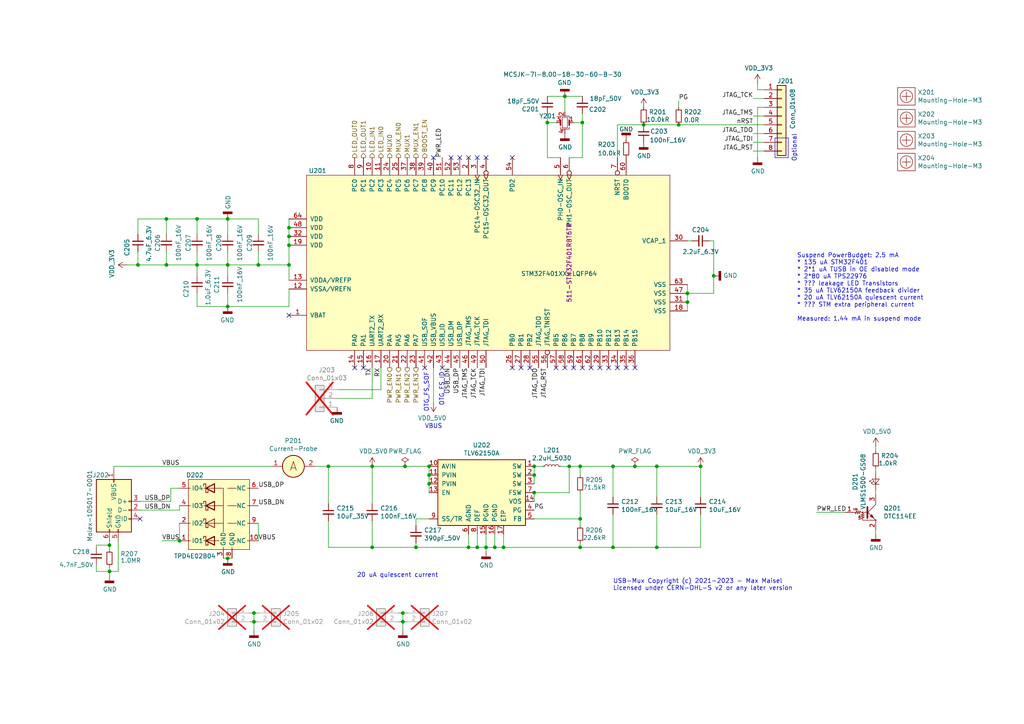
<source format=kicad_sch>
(kicad_sch (version 20230121) (generator eeschema)
  (paper "A4")
  (lib_symbols
    (symbol "USB-Mux:0.0R" (pin_numbers hide) (pin_names (offset 0.254) hide)
      (property "Reference" "R" (at 0.762 0.508 0))
      (property "Value" "0.0R" (at 0.762 -1.016 0))
      (symbol "0.0R_1_1"
        (pin passive line (at 0 2.54 270) (length 0.762) (name "~") (number "1"))
        (pin passive line (at 0 -2.54 90) (length 0.762) (name "~") (number "2"))
      )
    )
    (symbol "USB-Mux:1.0MR" (pin_numbers hide) (pin_names (offset 0.254) hide)
      (property "Reference" "R" (at 0.762 0.508 0))
      (property "Value" "1.0MR" (at 0.762 -1.016 0))
      (symbol "1.0MR_1_1"
        (pin passive line (at 0 2.54 270) (length 0.762) (name "~") (number "1"))
        (pin passive line (at 0 -2.54 90) (length 0.762) (name "~") (number "2"))
      )
    )
    (symbol "USB-Mux:1.0kR" (pin_numbers hide) (pin_names (offset 0.254) hide)
      (property "Reference" "R" (at 0.762 0.508 0))
      (property "Value" "1.0kR" (at 0.762 -1.016 0))
      (symbol "1.0kR_1_1"
        (pin passive line (at 0 2.54 270) (length 0.762) (name "~") (number "1"))
        (pin passive line (at 0 -2.54 90) (length 0.762) (name "~") (number "2"))
      )
    )
    (symbol "USB-Mux:1.0uF_6.3V" (pin_numbers hide) (pin_names (offset 0.254) hide)
      (property "Reference" "C" (at 0.254 1.778 0))
      (property "Value" "1.0uF_6.3V" (at 0.254 -2.032 0))
      (symbol "1.0uF_6.3V_1_1"
        (pin passive line (at 0 2.54 270) (length 2.032) (name "~") (number "1"))
        (pin passive line (at 0 -2.54 90) (length 2.032) (name "~") (number "2"))
      )
    )
    (symbol "USB-Mux:10.0kR" (pin_numbers hide) (pin_names (offset 0.254) hide)
      (property "Reference" "R" (at 0.762 0.508 0))
      (property "Value" "10.0kR" (at 0.762 -1.016 0))
      (symbol "10.0kR_1_1"
        (pin passive line (at 0 2.54 270) (length 0.762) (name "~") (number "1"))
        (pin passive line (at 0 -2.54 90) (length 0.762) (name "~") (number "2"))
      )
    )
    (symbol "USB-Mux:100nF_16V" (pin_numbers hide) (pin_names (offset 0.254) hide)
      (property "Reference" "C" (at 0.254 1.778 0))
      (property "Value" "100nF_16V" (at 0.254 -2.032 0))
      (symbol "100nF_16V_1_1"
        (pin passive line (at 0 2.54 270) (length 2.032) (name "~") (number "1"))
        (pin passive line (at 0 -2.54 90) (length 2.032) (name "~") (number "2"))
      )
    )
    (symbol "USB-Mux:10uF_16V" (pin_numbers hide) (pin_names (offset 0.254) hide)
      (property "Reference" "C" (at 0.254 1.778 0))
      (property "Value" "10uF_16V" (at 0.254 -2.032 0))
      (symbol "10uF_16V_1_1"
        (pin passive line (at 0 2.54 270) (length 2.032) (name "~") (number "1"))
        (pin passive line (at 0 -2.54 90) (length 2.032) (name "~") (number "2"))
      )
    )
    (symbol "USB-Mux:10uF_35V" (pin_numbers hide) (pin_names (offset 0.254) hide)
      (property "Reference" "C" (at 0.254 1.778 0))
      (property "Value" "10uF_35V" (at 0.254 -2.032 0))
      (symbol "10uF_35V_1_1"
        (pin passive line (at 0 2.54 270) (length 2.032) (name "~") (number "1"))
        (pin passive line (at 0 -2.54 90) (length 2.032) (name "~") (number "2"))
      )
    )
    (symbol "USB-Mux:18pF_50V" (pin_numbers hide) (pin_names (offset 0.254) hide)
      (property "Reference" "C" (at 0.254 1.778 0))
      (property "Value" "18pF_50V" (at 0.254 -2.032 0))
      (symbol "18pF_50V_1_1"
        (pin passive line (at 0 2.54 270) (length 2.032) (name "~") (number "1"))
        (pin passive line (at 0 -2.54 90) (length 2.032) (name "~") (number "2"))
      )
    )
    (symbol "USB-Mux:2.2uF_6.3V" (pin_numbers hide) (pin_names (offset 0.254) hide)
      (property "Reference" "C" (at 0.254 1.778 0))
      (property "Value" "2.2uF_6.3V" (at 0.254 -2.032 0))
      (symbol "2.2uF_6.3V_1_1"
        (pin passive line (at 0 2.54 270) (length 2.032) (name "~") (number "1"))
        (pin passive line (at 0 -2.54 90) (length 2.032) (name "~") (number "2"))
      )
    )
    (symbol "USB-Mux:2.2uH_5030" (pin_numbers hide) (pin_names (offset 0.254) hide)
      (property "Reference" "L" (at 0.762 1.016 0))
      (property "Value" "2.2uH_5030" (at 0.762 -1.016 0))
      (symbol "2.2uH_5030_1_1"
        (pin passive line (at 0 2.54 270) (length 0.508) (name "~") (number "1"))
        (pin passive line (at 0 -2.54 90) (length 0.508) (name "~") (number "2"))
      )
    )
    (symbol "USB-Mux:22.6kR" (pin_numbers hide) (pin_names (offset 0.254) hide)
      (property "Reference" "R" (at 0.762 0.508 0))
      (property "Value" "22.6kR" (at 0.762 -1.016 0))
      (symbol "22.6kR_1_1"
        (pin passive line (at 0 2.54 270) (length 0.762) (name "~") (number "1"))
        (pin passive line (at 0 -2.54 90) (length 0.762) (name "~") (number "2"))
      )
    )
    (symbol "USB-Mux:390pF_50V" (pin_numbers hide) (pin_names (offset 0.254) hide)
      (property "Reference" "C" (at 0.254 1.778 0))
      (property "Value" "390pF_50V" (at 0.254 -2.032 0))
      (symbol "390pF_50V_1_1"
        (pin passive line (at 0 2.54 270) (length 2.032) (name "~") (number "1"))
        (pin passive line (at 0 -2.54 90) (length 2.032) (name "~") (number "2"))
      )
    )
    (symbol "USB-Mux:4.7nF_50V" (pin_numbers hide) (pin_names (offset 0.254) hide)
      (property "Reference" "C" (at 0.254 1.778 0))
      (property "Value" "4.7nF_50V" (at 0.254 -2.032 0))
      (symbol "4.7nF_50V_1_1"
        (pin passive line (at 0 2.54 270) (length 2.032) (name "~") (number "1"))
        (pin passive line (at 0 -2.54 90) (length 2.032) (name "~") (number "2"))
      )
    )
    (symbol "USB-Mux:4.7uF_6.3V" (pin_numbers hide) (pin_names (offset 0.254) hide)
      (property "Reference" "C" (at 0.254 1.778 0))
      (property "Value" "4.7uF_6.3V" (at 0.254 -2.032 0))
      (symbol "4.7uF_6.3V_1_1"
        (pin passive line (at 0 2.54 270) (length 2.032) (name "~") (number "1"))
        (pin passive line (at 0 -2.54 90) (length 2.032) (name "~") (number "2"))
      )
    )
    (symbol "USB-Mux:71.5kR" (pin_numbers hide) (pin_names (offset 0.254) hide)
      (property "Reference" "R" (at 0.762 0.508 0))
      (property "Value" "71.5kR" (at 0.762 -1.016 0))
      (symbol "71.5kR_1_1"
        (pin passive line (at 0 2.54 270) (length 0.762) (name "~") (number "1"))
        (pin passive line (at 0 -2.54 90) (length 0.762) (name "~") (number "2"))
      )
    )
    (symbol "USB-Mux:Conn_01x02" (pin_names (offset 1.016) hide)
      (property "Reference" "J" (at 0 3.81 0))
      (property "Value" "Conn_01x02" (at 0 -3.81 0))
      (symbol "Conn_01x02_1_1"
        (pin passive line (at -5.08 1.27 0) (length 3.81) (name "Pin_1") (number "1"))
        (pin passive line (at -5.08 -1.27 0) (length 3.81) (name "Pin_2") (number "2"))
      )
    )
    (symbol "USB-Mux:Conn_01x03" (pin_names (offset 1.016) hide)
      (property "Reference" "J" (at 0 5.08 0))
      (property "Value" "Conn_01x03" (at 0 -5.715 0))
      (symbol "Conn_01x03_1_1"
        (pin passive line (at -5.08 2.54 0) (length 3.81) (name "Pin_1") (number "1"))
        (pin passive line (at -5.08 0 0) (length 3.81) (name "Pin_2") (number "2"))
        (pin passive line (at -5.08 -2.54 0) (length 3.81) (name "Pin_3") (number "3"))
      )
    )
    (symbol "USB-Mux:Conn_01x08" (pin_names (offset 1.016) hide)
      (property "Reference" "J" (at 0 10.16 0))
      (property "Value" "Conn_01x08" (at 0 -12.7 0))
      (symbol "Conn_01x08_1_1"
        (pin passive line (at -5.08 7.62 0) (length 3.81) (name "Pin_1") (number "1"))
        (pin passive line (at -5.08 5.08 0) (length 3.81) (name "Pin_2") (number "2"))
        (pin passive line (at -5.08 2.54 0) (length 3.81) (name "Pin_3") (number "3"))
        (pin passive line (at -5.08 0 0) (length 3.81) (name "Pin_4") (number "4"))
        (pin passive line (at -5.08 -2.54 0) (length 3.81) (name "Pin_5") (number "5"))
        (pin passive line (at -5.08 -5.08 0) (length 3.81) (name "Pin_6") (number "6"))
        (pin passive line (at -5.08 -7.62 0) (length 3.81) (name "Pin_7") (number "7"))
        (pin passive line (at -5.08 -10.16 0) (length 3.81) (name "Pin_8") (number "8"))
      )
    )
    (symbol "USB-Mux:Current-Probe" (pin_names (offset 0))
      (property "Reference" "P" (at 2.54 3.81 0))
      (property "Value" "Current-Probe" (at 2.54 -3.81 0))
      (symbol "Current-Probe_0_0"
        (text "A" (at 0 0 0) (effects (font (size 2.54 2.54))))
      )
      (symbol "Current-Probe_1_1"
        (pin passive line (at -6.35 0 0) (length 2.54) (name "~") (number "1"))
        (pin passive line (at 6.35 0 180) (length 2.54) (name "~") (number "2"))
      )
    )
    (symbol "USB-Mux:DTC114EE" (pin_names (offset 0) hide)
      (property "Reference" "Q" (at 5.08 1.905 0))
      (property "Value" "DTC114EE" (at 5.08 0 0))
      (symbol "DTC114EE_0_0"
        (text "10k" (at -3.302 0.889 0) (effects (font (size 0.508 0.508))))
        (text "10k" (at -2.159 -1.524 900) (effects (font (size 0.508 0.508))))
      )
      (symbol "DTC114EE_1_1"
        (pin input line (at -6.35 0 0) (length 2.54) (name "B") (number "1"))
        (pin passive line (at 2.54 -5.08 90) (length 2.54) (name "E") (number "2"))
        (pin passive line (at 2.54 5.08 270) (length 2.54) (name "C") (number "3"))
      )
    )
    (symbol "USB-Mux:GND" (power) (pin_names (offset 0))
      (property "Value" "GND" (at 0 -3.175 0))
      (symbol "GND_1_1"
        (pin power_in line (at 0 0 270) (length 0) hide (name "GND") (number "1"))
      )
    )
    (symbol "USB-Mux:MCSJK-7I-8.00-18-30-60-B-30" (pin_names (offset 1.016) hide)
      (property "Reference" "Y" (at 1.27 4.445 0))
      (property "Value" "MCSJK-7I-8.00-18-30-60-B-30" (at 1.27 2.54 0))
      (symbol "MCSJK-7I-8.00-18-30-60-B-30_1_1"
        (pin passive line (at -2.54 0 0) (length 1.27) (name "1") (number "1"))
        (pin passive line (at 0 -3.175 90) (length 1.27) (name "2") (number "2"))
        (pin passive line (at 2.54 0 180) (length 1.27) (name "3") (number "3"))
        (pin passive line (at 0 3.175 270) (length 1.27) (name "4") (number "4"))
      )
    )
    (symbol "USB-Mux:Molex-105017-0001" (pin_names (offset 1.016))
      (property "Reference" "J" (at 2.54 8.89 0))
      (property "Value" "Molex-105017-0001" (at -6.35 -9.525 90))
      (symbol "Molex-105017-0001_1_1"
        (pin power_out line (at 0 10.16 270) (length 2.54) (name "VBUS") (number "1"))
        (pin passive line (at 7.62 -1.27 180) (length 2.54) (name "D-") (number "2"))
        (pin passive line (at 7.62 1.27 180) (length 2.54) (name "D+") (number "3"))
        (pin passive line (at 7.62 -3.81 180) (length 2.54) (name "ID") (number "4"))
        (pin power_in line (at 1.27 -10.16 90) (length 2.54) (name "GND") (number "5"))
        (pin passive line (at -1.27 -10.16 90) (length 2.54) (name "Shield") (number "6"))
      )
    )
    (symbol "USB-Mux:Mounting-Hole-M3" (pin_names (offset 1.016))
      (property "Reference" "X" (at -2.54 3.81 0))
      (property "Value" "Mounting-Hole-M3" (at 1.27 -3.81 0))
    )
    (symbol "USB-Mux:STM32F401XX-LQFP64" (pin_names (offset 1.016))
      (property "Reference" "U" (at -36.83 77.47 0))
      (property "Value" "STM32F401XX-LQFP64" (at 20.32 -31.75 0))
      (property "mouser#" "511-STM32F401RBT6TR" (at 0 0 0))
      (symbol "STM32F401XX-LQFP64_1_1"
        (pin power_in line (at -15.24 81.28 270) (length 5.08) (name "VBAT") (number "1"))
        (pin bidirectional line (at 30.48 57.15 180) (length 5.08) (name "PC2") (number "10"))
        (pin bidirectional line (at 30.48 54.61 180) (length 5.08) (name "PC3") (number "11"))
        (pin power_in line (at -7.62 81.28 270) (length 5.08) (name "VSSA/VREFN") (number "12"))
        (pin power_in line (at -5.08 81.28 270) (length 5.08) (name "VDDA/VREFP") (number "13"))
        (pin bidirectional line (at -30.48 62.23 0) (length 5.08) (name "PA0") (number "14"))
        (pin bidirectional line (at -30.48 59.69 0) (length 5.08) (name "PA1") (number "15"))
        (pin bidirectional line (at -30.48 57.15 0) (length 5.08) (name "PA2") (number "16") (alternate "UART2_TX" output line))
        (pin bidirectional line (at -30.48 54.61 0) (length 5.08) (name "PA3") (number "17") (alternate "UART2_RX" input line))
        (pin power_in line (at -13.97 -34.29 90) (length 5.08) (name "VSS") (number "18"))
        (pin power_in line (at 5.08 81.28 270) (length 5.08) (name "VDD") (number "19"))
        (pin bidirectional line (at 30.48 29.21 180) (length 5.08) (name "PC13") (number "2"))
        (pin bidirectional line (at -30.48 52.07 0) (length 5.08) (name "PA4") (number "20"))
        (pin bidirectional line (at -30.48 49.53 0) (length 5.08) (name "PA5") (number "21"))
        (pin bidirectional line (at -30.48 46.99 0) (length 5.08) (name "PA6") (number "22"))
        (pin bidirectional line (at -30.48 44.45 0) (length 5.08) (name "PA7") (number "23"))
        (pin bidirectional line (at 30.48 52.07 180) (length 5.08) (name "PC4") (number "24"))
        (pin bidirectional line (at 30.48 49.53 180) (length 5.08) (name "PC5") (number "25"))
        (pin bidirectional line (at -30.48 16.51 0) (length 5.08) (name "PB0") (number "26"))
        (pin bidirectional line (at -30.48 13.97 0) (length 5.08) (name "PB1") (number "27"))
        (pin bidirectional line (at -30.48 11.43 0) (length 5.08) (name "PB2") (number "28"))
        (pin bidirectional line (at -30.48 -8.89 0) (length 5.08) (name "PB10") (number "29"))
        (pin bidirectional clock (at 30.48 26.67 180) (length 5.08) (name "PC14-OSC32_IN") (number "3"))
        (pin passive line (at 6.35 -34.29 90) (length 5.08) (name "VCAP_1") (number "30"))
        (pin power_in line (at -11.43 -34.29 90) (length 5.08) (name "VSS") (number "31"))
        (pin power_in line (at 7.62 81.28 270) (length 5.08) (name "VDD") (number "32"))
        (pin bidirectional line (at -30.48 -11.43 0) (length 5.08) (name "PB12") (number "33"))
        (pin bidirectional line (at -30.48 -13.97 0) (length 5.08) (name "PB13") (number "34"))
        (pin bidirectional line (at -30.48 -16.51 0) (length 5.08) (name "PB14") (number "35"))
        (pin bidirectional line (at -30.48 -19.05 0) (length 5.08) (name "PB15") (number "36"))
        (pin bidirectional line (at 30.48 46.99 180) (length 5.08) (name "PC6") (number "37"))
        (pin bidirectional line (at 30.48 44.45 180) (length 5.08) (name "PC7") (number "38"))
        (pin bidirectional line (at 30.48 41.91 180) (length 5.08) (name "PC8") (number "39"))
        (pin bidirectional inverted_clock (at 30.48 24.13 180) (length 5.08) (name "PC15-OSC32_OUT") (number "4"))
        (pin bidirectional line (at 30.48 39.37 180) (length 5.08) (name "PC9") (number "40"))
        (pin bidirectional line (at -30.48 41.91 0) (length 5.08) (name "PA8") (number "41") (alternate "USB_SOF" output line))
        (pin bidirectional line (at -30.48 39.37 0) (length 5.08) (name "PA9") (number "42") (alternate "USB_VBUS" input line))
        (pin bidirectional line (at -30.48 36.83 0) (length 5.08) (name "PA10") (number "43") (alternate "USB_ID" input line))
        (pin bidirectional line (at -30.48 34.29 0) (length 5.08) (name "PA11") (number "44") (alternate "USB_DM" bidirectional line))
        (pin bidirectional line (at -30.48 31.75 0) (length 5.08) (name "PA12") (number "45") (alternate "USB_DP" bidirectional line))
        (pin bidirectional line (at -30.48 29.21 0) (length 5.08) (name "PA13") (number "46") (alternate "JTAG_TMS" input line))
        (pin power_in line (at -8.89 -34.29 90) (length 5.08) (name "VSS") (number "47"))
        (pin power_in line (at 10.16 81.28 270) (length 5.08) (name "VDD") (number "48"))
        (pin bidirectional line (at -30.48 26.67 0) (length 5.08) (name "PA14") (number "49") (alternate "JTAG_TCK" input line))
        (pin bidirectional clock (at 30.48 2.54 180) (length 5.08) (name "PH0-OSC_IN") (number "5"))
        (pin bidirectional line (at -30.48 24.13 0) (length 5.08) (name "PA15") (number "50") (alternate "JTAG_TDI" input line))
        (pin bidirectional line (at 30.48 36.83 180) (length 5.08) (name "PC10") (number "51"))
        (pin bidirectional line (at 30.48 34.29 180) (length 5.08) (name "PC11") (number "52"))
        (pin bidirectional line (at 30.48 31.75 180) (length 5.08) (name "PC12") (number "53"))
        (pin bidirectional line (at 30.48 16.51 180) (length 5.08) (name "PD2") (number "54"))
        (pin bidirectional line (at -30.48 8.89 0) (length 5.08) (name "PB3") (number "55") (alternate "JTAG_TDO" output line))
        (pin bidirectional line (at -30.48 6.35 0) (length 5.08) (name "PB4") (number "56") (alternate "JTAG_TNRST" input inverted))
        (pin bidirectional line (at -30.48 3.81 0) (length 5.08) (name "PB5") (number "57"))
        (pin bidirectional line (at -30.48 1.27 0) (length 5.08) (name "PB6") (number "58"))
        (pin bidirectional line (at -30.48 -1.27 0) (length 5.08) (name "PB7") (number "59"))
        (pin bidirectional inverted_clock (at 30.48 0 180) (length 5.08) (name "PH1-OSC_OUT") (number "6"))
        (pin input line (at 30.48 -16.51 180) (length 5.08) (name "BOOT0") (number "60"))
        (pin bidirectional line (at -30.48 -3.81 0) (length 5.08) (name "PB8") (number "61"))
        (pin bidirectional line (at -30.48 -6.35 0) (length 5.08) (name "PB9") (number "62"))
        (pin power_in line (at -6.35 -34.29 90) (length 5.08) (name "VSS") (number "63"))
        (pin power_in line (at 12.7 81.28 270) (length 5.08) (name "VDD") (number "64"))
        (pin input inverted (at 30.48 -13.97 180) (length 5.08) (name "NRST") (number "7"))
        (pin bidirectional line (at 30.48 62.23 180) (length 5.08) (name "PC0") (number "8"))
        (pin bidirectional line (at 30.48 59.69 180) (length 5.08) (name "PC1") (number "9"))
      )
    )
    (symbol "USB-Mux:TLV62150A" (pin_names (offset 1.016))
      (property "Reference" "U" (at -11.43 10.16 0))
      (property "Value" "TLV62150A" (at 7.62 10.16 0))
      (symbol "TLV62150A_1_1"
        (pin output line (at 15.24 6.985 180) (length 2.54) (name "SW") (number "1"))
        (pin power_in line (at -15.24 6.985 0) (length 2.54) (name "AVIN") (number "10"))
        (pin power_in line (at -15.24 4.445 0) (length 2.54) (name "PVIN") (number "11"))
        (pin power_in line (at -15.24 1.905 0) (length 2.54) (name "PVIN") (number "12"))
        (pin input line (at -15.24 -0.635 0) (length 2.54) (name "EN") (number "13"))
        (pin input line (at 15.24 -3.175 180) (length 2.54) (name "VOS") (number "14"))
        (pin power_in line (at 1.27 -12.7 90) (length 2.54) (name "PGND") (number "15"))
        (pin power_in line (at 3.81 -12.7 90) (length 2.54) (name "PGND") (number "16"))
        (pin power_in line (at 6.35 -12.7 90) (length 2.54) (name "ETP") (number "17"))
        (pin passive line (at 15.24 4.445 180) (length 2.54) (name "SW") (number "2"))
        (pin passive line (at 15.24 1.905 180) (length 2.54) (name "SW") (number "3"))
        (pin output line (at 15.24 -5.715 180) (length 2.54) (name "PG") (number "4"))
        (pin input line (at 15.24 -8.255 180) (length 2.54) (name "FB") (number "5"))
        (pin power_in line (at -3.81 -12.7 90) (length 2.54) (name "AGND") (number "6"))
        (pin input line (at 15.24 -0.635 180) (length 2.54) (name "FSW") (number "7"))
        (pin input line (at -1.27 -12.7 90) (length 2.54) (name "DEF") (number "8"))
        (pin input line (at -15.24 -8.255 0) (length 2.54) (name "SS/TR") (number "9"))
      )
    )
    (symbol "USB-Mux:TPD4E02B04" (pin_names (offset 1.016))
      (property "Reference" "D" (at -8.255 12.065 0))
      (property "Value" "TPD4E02B04" (at 10.795 -11.43 0))
      (symbol "TPD4E02B04_1_1"
        (pin passive line (at -11.43 -7.62 0) (length 2.54) (name "IO1") (number "1"))
        (pin passive line (at 11.43 -7.62 180) (length 2.54) (name "NC") (number "10"))
        (pin passive line (at -11.43 -2.54 0) (length 2.54) (name "IO2") (number "2"))
        (pin passive line (at 1.27 -12.7 90) (length 2.54) (name "GND") (number "3"))
        (pin passive line (at -11.43 2.54 0) (length 2.54) (name "IO3") (number "4"))
        (pin passive line (at -11.43 7.62 0) (length 2.54) (name "IO4") (number "5"))
        (pin passive line (at 11.43 7.62 180) (length 2.54) (name "NC") (number "6"))
        (pin passive line (at 11.43 2.54 180) (length 2.54) (name "NC") (number "7"))
        (pin passive line (at 3.81 -12.7 90) (length 2.54) (name "GND") (number "8"))
        (pin passive line (at 11.43 -2.54 180) (length 2.54) (name "NC") (number "9"))
      )
    )
    (symbol "USB-Mux:VDD_3V3" (power) (pin_names (offset 0))
      (property "Value" "VDD_3V3" (at 0 3.556 0))
      (symbol "VDD_3V3_1_1"
        (pin power_in line (at 0 0 90) (length 0) hide (name "VDD_3V3") (number "1"))
      )
    )
    (symbol "USB-Mux:VDD_5V0" (power) (pin_names (offset 0))
      (property "Value" "VDD_5V0" (at 0 3.556 0))
      (symbol "VDD_5V0_1_1"
        (pin power_in line (at 0 0 90) (length 0) hide (name "VDD_5V0") (number "1"))
      )
    )
    (symbol "USB-Mux:VLMS1500-GS08" (pin_numbers hide) (pin_names (offset 0.254) hide)
      (property "Reference" "D" (at -1.27 3.175 0))
      (property "Value" "VLMS1500-GS08" (at -7.366 -2.794 0))
      (symbol "VLMS1500-GS08_1_1"
        (pin passive line (at -2.54 0 0) (length 1.778) (name "K") (number "1"))
        (pin passive line (at 2.54 0 180) (length 1.778) (name "A") (number "2"))
      )
    )
    (symbol "power:PWR_FLAG" (power) (pin_numbers hide) (pin_names (offset 0) hide)
      (property "Value" "PWR_FLAG" (at 0 3.81 0))
      (symbol "PWR_FLAG_0_0"
        (pin power_out line (at 0 0 90) (length 0) (name "pwr") (number "1"))
      )
    )
  )
  (junction (at 107.95 158.75))
  (junction (at 143.51 158.75))
  (junction (at 117.475 135.255))
  (junction (at 124.46 135.255))
  (junction (at 83.82 71.12))
  (junction (at 120.65 158.75))
  (junction (at 116.84 180.34))
  (junction (at 163.83 27.94))
  (junction (at 48.26 76.835))
  (junction (at 165.1 135.255))
  (junction (at 199.39 85.09))
  (junction (at 83.82 66.04))
  (junction (at 177.8 135.255))
  (junction (at 184.15 135.255))
  (junction (at 190.5 158.75))
  (junction (at 66.04 161.925))
  (junction (at 199.39 87.63))
  (junction (at 66.04 76.835))
  (junction (at 196.85 36.195))
  (junction (at 107.95 135.255))
  (junction (at 186.69 36.195))
  (junction (at 66.04 88.9))
  (junction (at 73.66 177.8))
  (junction (at 140.97 158.75))
  (junction (at 57.15 63.5))
  (junction (at 116.84 177.8))
  (junction (at 95.25 135.255))
  (junction (at 40.005 76.835))
  (junction (at 168.275 158.75))
  (junction (at 154.94 135.255))
  (junction (at 124.46 140.335))
  (junction (at 124.46 137.795))
  (junction (at 66.04 63.5))
  (junction (at 83.82 68.58))
  (junction (at 190.5 135.255))
  (junction (at 158.75 35.56))
  (junction (at 31.75 158.115))
  (junction (at 52.07 156.845))
  (junction (at 207.01 80.01))
  (junction (at 168.275 150.495))
  (junction (at 168.91 35.56))
  (junction (at 73.66 180.34))
  (junction (at 83.82 76.835))
  (junction (at 31.75 165.735))
  (junction (at 203.2 135.255))
  (junction (at 168.275 135.255))
  (junction (at 177.8 158.75))
  (junction (at 48.26 63.5))
  (junction (at 154.94 142.875))
  (junction (at 57.15 76.835))
  (junction (at 138.43 158.75))
  (junction (at 154.94 137.795))
  (junction (at 74.93 76.835))
  (junction (at 146.05 158.75))
  (junction (at 135.89 158.75))
  (no_connect (at 138.43 45.72))
  (no_connect (at 40.64 150.495))
  (no_connect (at 171.45 106.68))
  (no_connect (at 102.87 106.68))
  (no_connect (at 123.19 106.68))
  (no_connect (at 148.59 106.68))
  (no_connect (at 105.41 106.68))
  (no_connect (at 148.59 45.72))
  (no_connect (at 179.07 106.68))
  (no_connect (at 168.91 106.68))
  (no_connect (at 163.83 106.68))
  (no_connect (at 133.35 45.72))
  (no_connect (at 176.53 106.68))
  (no_connect (at 181.61 106.68))
  (no_connect (at 83.82 91.44))
  (no_connect (at 166.37 106.68))
  (no_connect (at 151.13 106.68))
  (no_connect (at 128.27 106.68))
  (no_connect (at 184.15 106.68))
  (no_connect (at 125.73 45.72))
  (no_connect (at 173.99 106.68))
  (no_connect (at 161.29 106.68))
  (no_connect (at 130.81 45.72))
  (no_connect (at 153.67 106.68))
  (no_connect (at 140.97 45.72))
  (no_connect (at 135.89 45.72))
  (wire (pts (xy 165.1 142.875) (xy 165.1 135.255)))
  (wire (pts (xy 199.39 90.17) (xy 199.39 87.63)))
  (wire (pts (xy 57.15 73.025) (xy 57.15 76.835)))
  (wire (pts (xy 48.26 73.025) (xy 48.26 76.835)))
  (wire (pts (xy 34.29 165.735) (xy 31.75 165.735)))
  (wire (pts (xy 95.25 151.13) (xy 95.25 158.75)))
  (wire (pts (xy 219.71 45.72) (xy 219.71 31.115)))
  (wire (pts (xy 73.66 182.88) (xy 73.66 180.34)))
  (wire (pts (xy 236.855 148.59) (xy 245.11 148.59)))
  (wire (pts (xy 27.94 165.735) (xy 27.94 163.83)))
  (wire (pts (xy 168.91 35.56) (xy 166.37 35.56)))
  (wire (pts (xy 40.005 67.945) (xy 40.005 63.5)))
  (wire (pts (xy 95.25 146.05) (xy 95.25 135.255)))
  (wire (pts (xy 254 143.51) (xy 254 142.24)))
  (wire (pts (xy 27.94 158.115) (xy 27.94 158.75)))
  (wire (pts (xy 143.51 154.94) (xy 143.51 158.75)))
  (wire (pts (xy 219.71 24.13) (xy 219.71 26.035)))
  (wire (pts (xy 254 137.16) (xy 254 135.89)))
  (wire (pts (xy 57.15 67.945) (xy 57.15 63.5)))
  (wire (pts (xy 190.5 144.145) (xy 190.5 135.255)))
  (wire (pts (xy 72.39 177.8) (xy 73.66 177.8)))
  (wire (pts (xy 120.65 152.4) (xy 120.65 150.495)))
  (wire (pts (xy 168.91 27.94) (xy 163.83 27.94)))
  (wire (pts (xy 135.89 154.94) (xy 135.89 158.75)))
  (wire (pts (xy 40.005 73.025) (xy 40.005 76.835)))
  (wire (pts (xy 207.01 69.85) (xy 207.01 80.01)))
  (wire (pts (xy 66.04 76.835) (xy 57.15 76.835)))
  (wire (pts (xy 219.71 31.115) (xy 221.615 31.115)))
  (wire (pts (xy 168.275 158.75) (xy 146.05 158.75)))
  (wire (pts (xy 154.94 135.255) (xy 157.48 135.255)))
  (wire (pts (xy 73.66 177.8) (xy 74.93 177.8)))
  (wire (pts (xy 107.95 146.05) (xy 107.95 135.255)))
  (wire (pts (xy 31.75 156.845) (xy 31.75 158.115)))
  (wire (pts (xy 52.07 147.955) (xy 52.07 146.685)))
  (wire (pts (xy 31.75 158.115) (xy 27.94 158.115)))
  (wire (pts (xy 203.2 149.225) (xy 203.2 158.75)))
  (wire (pts (xy 203.2 135.255) (xy 203.2 144.145)))
  (wire (pts (xy 83.82 76.835) (xy 83.82 81.28)))
  (wire (pts (xy 31.75 164.465) (xy 31.75 165.735)))
  (wire (pts (xy 66.04 67.945) (xy 66.04 63.5)))
  (wire (pts (xy 52.07 151.765) (xy 52.07 156.845)))
  (wire (pts (xy 184.15 135.255) (xy 190.5 135.255)))
  (polyline (pts (xy 224.79 45.72) (xy 228.6 45.72)))
  (wire (pts (xy 57.15 63.5) (xy 48.26 63.5)))
  (wire (pts (xy 83.82 68.58) (xy 83.82 71.12)))
  (wire (pts (xy 107.95 151.13) (xy 107.95 158.75)))
  (wire (pts (xy 168.275 157.48) (xy 168.275 158.75)))
  (wire (pts (xy 36.83 76.835) (xy 40.005 76.835)))
  (wire (pts (xy 168.275 150.495) (xy 168.275 152.4)))
  (wire (pts (xy 33.02 135.255) (xy 78.74 135.255)))
  (wire (pts (xy 168.91 33.02) (xy 168.91 35.56)))
  (wire (pts (xy 40.005 76.835) (xy 48.26 76.835)))
  (wire (pts (xy 199.39 85.09) (xy 207.01 85.09)))
  (wire (pts (xy 143.51 158.75) (xy 140.97 158.75)))
  (wire (pts (xy 73.66 177.8) (xy 73.66 180.34)))
  (wire (pts (xy 218.44 28.575) (xy 221.615 28.575)))
  (wire (pts (xy 66.04 63.5) (xy 57.15 63.5)))
  (wire (pts (xy 57.15 88.9) (xy 66.04 88.9)))
  (wire (pts (xy 179.07 36.195) (xy 179.07 45.72)))
  (wire (pts (xy 40.64 147.955) (xy 52.07 147.955)))
  (wire (pts (xy 165.1 45.72) (xy 168.91 45.72)))
  (wire (pts (xy 177.8 135.255) (xy 184.15 135.255)))
  (wire (pts (xy 66.04 73.025) (xy 66.04 76.835)))
  (wire (pts (xy 83.82 83.82) (xy 83.82 88.9)))
  (wire (pts (xy 168.275 135.255) (xy 168.275 137.795)))
  (wire (pts (xy 73.66 180.34) (xy 74.93 180.34)))
  (wire (pts (xy 110.49 113.03) (xy 110.49 106.68)))
  (wire (pts (xy 66.04 161.925) (xy 64.77 161.925)))
  (wire (pts (xy 67.31 161.925) (xy 66.04 161.925)))
  (wire (pts (xy 52.07 156.845) (xy 46.99 156.845)))
  (wire (pts (xy 135.89 158.75) (xy 138.43 158.75)))
  (wire (pts (xy 49.53 141.605) (xy 52.07 141.605)))
  (wire (pts (xy 254 130.81) (xy 254 129.54)))
  (wire (pts (xy 158.75 35.56) (xy 158.75 33.02)))
  (wire (pts (xy 190.5 135.255) (xy 203.2 135.255)))
  (wire (pts (xy 57.15 76.835) (xy 48.26 76.835)))
  (wire (pts (xy 95.25 135.255) (xy 107.95 135.255)))
  (wire (pts (xy 31.75 165.735) (xy 27.94 165.735)))
  (wire (pts (xy 146.05 158.75) (xy 143.51 158.75)))
  (wire (pts (xy 116.84 180.34) (xy 116.84 177.8)))
  (wire (pts (xy 177.8 158.75) (xy 168.275 158.75)))
  (wire (pts (xy 154.94 145.415) (xy 154.94 142.875)))
  (wire (pts (xy 124.46 140.335) (xy 124.46 142.875)))
  (wire (pts (xy 120.65 158.75) (xy 135.89 158.75)))
  (polyline (pts (xy 224.79 45.72) (xy 224.79 40.005)))
  (wire (pts (xy 221.615 33.655) (xy 218.44 33.655)))
  (wire (pts (xy 190.5 158.75) (xy 177.8 158.75)))
  (wire (pts (xy 218.44 38.735) (xy 221.615 38.735)))
  (wire (pts (xy 177.8 149.225) (xy 177.8 158.75)))
  (wire (pts (xy 196.85 29.21) (xy 196.85 31.115)))
  (wire (pts (xy 116.84 182.88) (xy 116.84 180.34)))
  (wire (pts (xy 203.2 158.75) (xy 190.5 158.75)))
  (wire (pts (xy 91.44 135.255) (xy 95.25 135.255)))
  (wire (pts (xy 205.74 69.85) (xy 207.01 69.85)))
  (wire (pts (xy 138.43 158.75) (xy 140.97 158.75)))
  (wire (pts (xy 140.97 160.02) (xy 140.97 158.75)))
  (wire (pts (xy 49.53 145.415) (xy 49.53 141.605)))
  (wire (pts (xy 190.5 149.225) (xy 190.5 158.75)))
  (wire (pts (xy 154.94 137.795) (xy 154.94 140.335)))
  (wire (pts (xy 207.01 85.09) (xy 207.01 80.01)))
  (wire (pts (xy 66.04 88.9) (xy 83.82 88.9)))
  (wire (pts (xy 146.05 154.94) (xy 146.05 158.75)))
  (polyline (pts (xy 228.6 40.005) (xy 228.6 45.72)))
  (wire (pts (xy 199.39 85.09) (xy 199.39 82.55)))
  (wire (pts (xy 115.57 177.8) (xy 116.84 177.8)))
  (wire (pts (xy 218.44 43.815) (xy 221.615 43.815)))
  (wire (pts (xy 83.82 71.12) (xy 83.82 76.835)))
  (wire (pts (xy 186.69 36.195) (xy 196.85 36.195)))
  (wire (pts (xy 31.75 158.115) (xy 31.75 159.385)))
  (wire (pts (xy 117.475 135.255) (xy 124.46 135.255)))
  (wire (pts (xy 40.64 145.415) (xy 49.53 145.415)))
  (wire (pts (xy 95.25 158.75) (xy 107.95 158.75)))
  (wire (pts (xy 221.615 41.275) (xy 218.44 41.275)))
  (wire (pts (xy 125.73 106.68) (xy 125.73 116.84)))
  (wire (pts (xy 120.65 150.495) (xy 124.46 150.495)))
  (wire (pts (xy 74.93 73.025) (xy 74.93 76.835)))
  (wire (pts (xy 83.82 76.835) (xy 74.93 76.835)))
  (wire (pts (xy 66.04 80.01) (xy 66.04 76.835)))
  (wire (pts (xy 163.83 27.94) (xy 158.75 27.94)))
  (wire (pts (xy 165.1 135.255) (xy 168.275 135.255)))
  (wire (pts (xy 199.39 85.09) (xy 199.39 87.63)))
  (wire (pts (xy 57.15 85.09) (xy 57.15 88.9)))
  (wire (pts (xy 83.82 63.5) (xy 83.82 66.04)))
  (wire (pts (xy 83.82 68.58) (xy 83.82 66.04)))
  (wire (pts (xy 74.93 67.945) (xy 74.93 63.5)))
  (wire (pts (xy 107.95 158.75) (xy 120.65 158.75)))
  (wire (pts (xy 116.84 177.8) (xy 118.11 177.8)))
  (wire (pts (xy 196.85 36.195) (xy 221.615 36.195)))
  (wire (pts (xy 57.15 80.01) (xy 57.15 76.835)))
  (wire (pts (xy 162.56 135.255) (xy 165.1 135.255)))
  (wire (pts (xy 115.57 180.34) (xy 116.84 180.34)))
  (wire (pts (xy 66.04 63.5) (xy 74.93 63.5)))
  (wire (pts (xy 140.97 158.75) (xy 140.97 154.94)))
  (wire (pts (xy 107.95 135.255) (xy 117.475 135.255)))
  (wire (pts (xy 107.95 106.68) (xy 107.95 115.57)))
  (wire (pts (xy 154.94 135.255) (xy 154.94 137.795)))
  (wire (pts (xy 74.93 151.765) (xy 74.93 156.845)))
  (wire (pts (xy 158.75 35.56) (xy 158.75 45.72)))
  (wire (pts (xy 31.75 165.735) (xy 31.75 167.005)))
  (wire (pts (xy 158.75 45.72) (xy 162.56 45.72)))
  (wire (pts (xy 163.83 32.385) (xy 163.83 27.94)))
  (wire (pts (xy 219.71 26.035) (xy 221.615 26.035)))
  (wire (pts (xy 168.275 142.875) (xy 168.275 150.495)))
  (polyline (pts (xy 224.79 40.005) (xy 228.6 40.005)))
  (wire (pts (xy 124.46 135.255) (xy 124.46 137.795)))
  (wire (pts (xy 254 154.94) (xy 254 153.67)))
  (wire (pts (xy 33.02 136.525) (xy 33.02 135.255)))
  (wire (pts (xy 154.94 142.875) (xy 165.1 142.875)))
  (wire (pts (xy 66.04 88.9) (xy 66.04 85.09)))
  (wire (pts (xy 40.005 63.5) (xy 48.26 63.5)))
  (wire (pts (xy 72.39 180.34) (xy 73.66 180.34)))
  (wire (pts (xy 200.66 69.85) (xy 199.39 69.85)))
  (wire (pts (xy 48.26 63.5) (xy 48.26 67.945)))
  (wire (pts (xy 97.79 113.03) (xy 110.49 113.03)))
  (wire (pts (xy 120.65 157.48) (xy 120.65 158.75)))
  (wire (pts (xy 154.94 150.495) (xy 168.275 150.495)))
  (wire (pts (xy 161.29 35.56) (xy 158.75 35.56)))
  (wire (pts (xy 138.43 154.94) (xy 138.43 158.75)))
  (wire (pts (xy 177.8 144.145) (xy 177.8 135.255)))
  (wire (pts (xy 168.275 135.255) (xy 177.8 135.255)))
  (wire (pts (xy 107.95 115.57) (xy 97.79 115.57)))
  (wire (pts (xy 186.69 36.195) (xy 179.07 36.195)))
  (wire (pts (xy 124.46 137.795) (xy 124.46 140.335)))
  (wire (pts (xy 116.84 180.34) (xy 118.11 180.34)))
  (wire (pts (xy 74.93 76.835) (xy 66.04 76.835)))
  (wire (pts (xy 168.91 45.72) (xy 168.91 35.56)))
  (wire (pts (xy 34.29 156.845) (xy 34.29 165.735)))
  (text "USB-Mux Copyright (c) 2021-2023 - Max Maisel\nLicensed under CERN-OHL-S v2 or any later version" (at 177.8 171.45 0) (effects (font (size 1.27 1.27)) (justify left bottom)))
  (text "VBUS" (at 123.19 124.46 0) (effects (font (size 1.27 1.27)) (justify left bottom)))
  (text "OTG_FS_SOF" (at 124.46 107.95 90) (effects (font (size 1.27 1.27)) (justify right bottom)))
  (text "Optional" (at 231.14 46.99 90) (effects (font (size 1.27 1.27)) (justify left bottom)))
  (text "20 uA quiescent current" (at 103.505 167.64 0) (effects (font (size 1.27 1.27)) (justify left bottom)))
  (text "OTG_FS_ID" (at 128.905 107.95 90) (effects (font (size 1.27 1.27)) (justify right bottom)))
  (text "Suspend PowerBudget: 2.5 mA\n* 135 uA STM32F401\n* 2*1 uA TUSB in OE disabled mode\n* 2*80 uA TPS22976\n* ??? leakage LED Transistors\n* 35 uA TLV62150A feedback divider\n* 20 uA TLV62150A quiescent current\n* ??? STM extra peripheral current\n\nMeasured: 1.44 mA in suspend mode" (at 231.14 93.345 0) (effects (font (size 1.27 1.27)) (justify left bottom)))
  (label "USB_DP" (at 41.91 145.415 0))
  (label "JTAG_TMS" (at 218.44 33.655 180))
  (label "JTAG_TCK" (at 218.44 28.575 180))
  (label "VBUS" (at 46.99 135.255 0))
  (label "JTAG_TDO" (at 218.44 38.735 180))
  (label "PG" (at 154.94 147.955 0))
  (label "PG" (at 196.85 29.21 0))
  (label "USB_DN" (at 74.93 146.685 0))
  (label "JTAG_TDI" (at 218.44 41.275 180))
  (label "RX" (at 110.49 106.68 270))
  (label "JTAG_TDO" (at 156.21 106.68 270))
  (label "JTAG_RST" (at 158.75 106.68 270))
  (label "JTAG_TDI" (at 140.97 106.68 270))
  (label "VBUS" (at 74.93 156.845 0))
  (label "PWR_LED" (at 236.855 148.59 0))
  (label "JTAG_RST" (at 218.44 43.815 180))
  (label "nRST" (at 218.44 36.195 180))
  (label "TX" (at 107.95 106.68 270))
  (label "USB_DN" (at 130.81 106.68 270))
  (label "VBUS" (at 46.99 156.845 0))
  (label "PWR_LED" (at 128.27 45.72 90))
  (label "USB_DP" (at 133.35 106.68 270))
  (label "USB_DP" (at 74.93 141.605 0))
  (label "USB_DN" (at 41.91 147.955 0))
  (label "JTAG_TCK" (at 138.43 106.68 270))
  (label "JTAG_TMS" (at 135.89 106.68 270))
  (hierarchical_label "PWR_EN1" (shape output) (at 115.57 106.68 270))
  (hierarchical_label "LED_IN0" (shape output) (at 110.49 45.72 90))
  (hierarchical_label "MUX_EN0" (shape output) (at 115.57 45.72 90))
  (hierarchical_label "MUX1" (shape output) (at 118.11 45.72 90))
  (hierarchical_label "PWR_EN0" (shape output) (at 113.03 106.68 270))
  (hierarchical_label "LED_OUT0" (shape output) (at 102.87 45.72 90))
  (hierarchical_label "PWR_EN2" (shape output) (at 118.11 106.68 270))
  (hierarchical_label "PWR_EN3" (shape output) (at 120.65 106.68 270))
  (hierarchical_label "MUX0" (shape output) (at 113.03 45.72 90))
  (hierarchical_label "LED_IN1" (shape output) (at 107.95 45.72 90))
  (hierarchical_label "MUX_EN1" (shape output) (at 120.65 45.72 90))
  (hierarchical_label "BOOST_EN" (shape output) (at 123.19 45.72 90))
  (hierarchical_label "LED_OUT1" (shape output) (at 105.41 45.72 90))
  (symbol (lib_id "USB-Mux:2.2uF_6.3V") (at 203.2 69.85 270) (unit 1)
    (property "Reference" "C204" (at 203.2 66.675 90))
    (property "Value" "2.2uF_6.3V" (at 203.2 73.025 90))
    (property "Footprint" "USB-Mux:C_0402" (effects hide))
    (property "Datasheet" "81-GRM155R60J225ME9D" (effects hide))
    (property "mouser#" "81-GRM155R60J225ME9D" (effects hide))
  )
  (symbol (lib_id "USB-Mux:100nF_16V") (at 48.26 70.485 0) (mirror y) (unit 1)
    (property "Reference" "C206" (at 45.72 70.485 90))
    (property "Value" "100nF_16V" (at 51.7652 70.485 90))
    (property "Footprint" "USB-Mux:C_0402" (effects hide))
    (property "Datasheet" "80-C0402C104K4R" (effects hide))
    (property "mouser#" "80-C0402C104K4R" (effects hide))
  )
  (symbol (lib_id "USB-Mux:4.7uF_6.3V") (at 40.005 70.485 0) (mirror x) (unit 1)
    (property "Reference" "C205" (at 36.83 69.215 90) (effects (justify left)))
    (property "Value" "4.7uF_6.3V" (at 43.18 65.405 90) (effects (justify left)))
    (property "Footprint" "USB-Mux:C_0402" (effects hide))
    (property "Datasheet" "81-GRM155R60J475ME7D" (effects hide))
    (property "mouser#" "81-GRM155R60J475ME7D" (effects hide))
  )
  (symbol (lib_id "USB-Mux:18pF_50V") (at 158.75 30.48 180) (unit 1)
    (property "Reference" "C201" (at 156.4132 31.6484 0) (effects (justify left)))
    (property "Value" "18pF_50V" (at 156.4132 29.337 0) (effects (justify left)))
    (property "Footprint" "USB-Mux:C_0402" (effects hide))
    (property "Datasheet" "81-GRM1555C1H180FA1D" (effects hide))
    (property "mouser#" "81-GRM1555C1H180FA1D" (effects hide))
  )
  (symbol (lib_id "USB-Mux:10.0kR") (at 186.69 33.655 0) (unit 1)
    (property "Reference" "R201" (at 188.1886 32.4866 0) (effects (justify left)))
    (property "Value" "10.0kR" (at 187.452 34.671 0) (effects (justify left)))
    (property "Footprint" "USB-Mux:R_0402" (effects hide))
    (property "Datasheet" "667-ERJ-2RKF1002X" (effects hide))
    (property "mouser#" "667-ERJ-2RKF1002X" (effects hide))
  )
  (symbol (lib_id "USB-Mux:GND") (at 66.04 63.5 0) (mirror x) (unit 1)
    (property "Reference" "#PWR0208" (effects hide))
    (property "Value" "GND" (at 66.1416 60.706 90) (effects (justify right)))
  )
  (symbol (lib_id "USB-Mux:1.0uF_6.3V") (at 57.15 82.55 0) (mirror x) (unit 1)
    (property "Reference" "C210" (at 53.975 81.28 90) (effects (justify left)))
    (property "Value" "1.0uF_6.3V" (at 60.325 78.105 90) (effects (justify left)))
    (property "Footprint" "USB-Mux:C_0402" (effects hide))
    (property "Datasheet" "81-GRM152R60J105ME5D" (effects hide))
    (property "mouser#" "81-GRM152R60J105ME5D" (effects hide))
  )
  (symbol (lib_id "USB-Mux:18pF_50V") (at 168.91 30.48 180) (unit 1)
    (property "Reference" "C202" (at 175.895 31.75 0) (effects (justify left)))
    (property "Value" "18pF_50V" (at 180.34 28.575 0) (effects (justify left)))
    (property "Footprint" "USB-Mux:C_0402" (effects hide))
    (property "Datasheet" "81-GRM1555C1H180FA1D" (effects hide))
    (property "mouser#" "81-GRM1555C1H180FA1D" (effects hide))
  )
  (symbol (lib_id "USB-Mux:GND") (at 163.83 38.735 0) (unit 1)
    (property "Reference" "#PWR0204" (effects hide))
    (property "Value" "GND" (at 163.9316 42.672 0))
  )
  (symbol (lib_id "USB-Mux:100nF_16V") (at 66.04 82.55 0) (mirror y) (unit 1)
    (property "Reference" "C211" (at 62.865 82.55 90))
    (property "Value" "100nF_16V" (at 69.5452 82.55 90))
    (property "Footprint" "USB-Mux:C_0402" (effects hide))
    (property "Datasheet" "80-C0402C104K4R" (effects hide))
    (property "mouser#" "80-C0402C104K4R" (effects hide))
  )
  (symbol (lib_id "USB-Mux:STM32F401XX-LQFP64") (at 165.1 76.2 90) (unit 1)
    (property "Reference" "U201" (at 89.535 49.53 90) (effects (justify right)))
    (property "Value" "STM32F401XX-LQFP64" (at 151.13 79.375 90) (effects (justify right)))
    (property "Footprint" "USB-Mux:LQFP-64" (effects hide))
    (property "Datasheet" "http://www.st.com/content/ccc/resource/technical/document/datasheet/9e/50/b1/5a/5f/ae/4d/c1/DM00086815.pdf/files/DM00086815.pdf/jcr:content/translations/en.DM00086815.pdf" (effects hide))
    (property "mouser#" "511-STM32F401RBT6TR" (at 165.1 76.2 0))
    (pin "16" (alternate "UART2_TX"))
    (pin "17" (alternate "UART2_RX"))
    (pin "41" (alternate "USB_SOF"))
    (pin "42" (alternate "USB_VBUS"))
    (pin "43" (alternate "USB_ID"))
    (pin "44" (alternate "USB_DM"))
    (pin "45" (alternate "USB_DP"))
    (pin "46" (alternate "JTAG_TMS"))
    (pin "49" (alternate "JTAG_TCK"))
    (pin "50" (alternate "JTAG_TDI"))
    (pin "55" (alternate "JTAG_TDO"))
    (pin "56" (alternate "JTAG_TNRST"))
  )
  (symbol (lib_id "USB-Mux:10uF_16V") (at 203.2 146.685 0) (unit 1)
    (property "Reference" "C214" (at 205.5368 145.5166 0) (effects (justify left)))
    (property "Value" "10uF_16V" (at 205.5368 147.828 0) (effects (justify left)))
    (property "Footprint" "USB-Mux:C_1206" (effects hide))
    (property "Datasheet" "80-C1206C106K4P" (effects hide))
    (property "mouser#" "80-C1206C106K4P" (effects hide))
  )
  (symbol (lib_id "USB-Mux:GND") (at 207.01 80.01 90) (unit 1)
    (property "Reference" "#PWR0210" (effects hide))
    (property "Value" "GND" (at 209.804 79.9084 90) (effects (justify right)))
  )
  (symbol (lib_id "USB-Mux:100nF_16V") (at 57.15 70.485 0) (mirror y) (unit 1)
    (property "Reference" "C207" (at 54.61 70.485 90))
    (property "Value" "100nF_16V" (at 60.6552 70.485 90))
    (property "Footprint" "USB-Mux:C_0402" (effects hide))
    (property "Datasheet" "80-C0402C104K4R" (effects hide))
    (property "mouser#" "80-C0402C104K4R" (effects hide))
  )
  (symbol (lib_id "USB-Mux:100nF_16V") (at 66.04 70.485 0) (mirror y) (unit 1)
    (property "Reference" "C208" (at 63.5 70.485 90))
    (property "Value" "100nF_16V" (at 69.5452 70.485 90))
    (property "Footprint" "USB-Mux:C_0402" (effects hide))
    (property "Datasheet" "80-C0402C104K4R" (effects hide))
    (property "mouser#" "80-C0402C104K4R" (effects hide))
  )
  (symbol (lib_id "USB-Mux:100nF_16V") (at 74.93 70.485 0) (mirror y) (unit 1)
    (property "Reference" "C209" (at 72.39 70.485 90))
    (property "Value" "100nF_16V" (at 78.4352 70.485 90))
    (property "Footprint" "USB-Mux:C_0402" (effects hide))
    (property "Datasheet" "80-C0402C104K4R" (effects hide))
    (property "mouser#" "80-C0402C104K4R" (effects hide))
  )
  (symbol (lib_id "USB-Mux:MCSJK-7I-8.00-18-30-60-B-30") (at 163.83 35.56 180) (unit 1)
    (property "Reference" "Y201" (at 161.29 33.655 0) (effects (justify left)))
    (property "Value" "MCSJK-7I-8.00-18-30-60-B-30" (at 180.34 21.59 0) (effects (justify left)))
    (property "Footprint" "USB-Mux:Crystal_SMD_Multicomp_5032" (effects hide))
    (property "Datasheet" "http://www.farnell.com/datasheets/2864167.pdf" (effects hide))
    (property "farnell#" "2854013" (effects hide))
    (property "manf#" "MCSJK-7I-8.00-18-30-60-B-30" (effects hide))
  )
  (symbol (lib_id "USB-Mux:GND") (at 163.83 27.94 180) (unit 1)
    (property "Reference" "#PWR0202" (effects hide))
    (property "Value" "GND" (at 163.7284 24.003 0))
  )
  (symbol (lib_id "USB-Mux:100nF_16V") (at 186.69 38.735 180) (unit 1)
    (property "Reference" "C203" (at 191.135 38.1 0))
    (property "Value" "100nF_16V" (at 193.675 40.64 0))
    (property "Footprint" "USB-Mux:C_0402" (effects hide))
    (property "Datasheet" "80-C0402C104K4R" (effects hide))
    (property "mouser#" "80-C0402C104K4R" (effects hide))
  )
  (symbol (lib_id "USB-Mux:GND") (at 186.69 41.275 0) (unit 1)
    (property "Reference" "#PWR0206" (effects hide))
    (property "Value" "GND" (at 186.7916 45.212 0))
  )
  (symbol (lib_id "USB-Mux:GND") (at 219.71 45.72 0) (unit 1)
    (property "Reference" "#PWR0207" (effects hide))
    (property "Value" "GND" (at 219.8116 49.657 0))
  )
  (symbol (lib_id "USB-Mux:GND") (at 66.04 88.9 0) (mirror y) (unit 1)
    (property "Reference" "#PWR0211" (effects hide))
    (property "Value" "GND" (at 65.9384 92.837 0))
  )
  (symbol (lib_id "USB-Mux:TLV62150A") (at 139.7 142.24 0) (unit 1)
    (property "Reference" "U202" (at 139.7 129.1082 0))
    (property "Value" "TLV62150A" (at 139.7 131.4196 0))
    (property "Footprint" "USB-Mux:VQFN16-RGT" (effects hide))
    (property "Datasheet" "https://www.mouser.de/ProductDetail/Texas-Instruments/TLV62150RGTR?qs=sGAEpiMZZMsp%2fksXpw0UCdYH5JryFJ2T" (effects hide))
    (property "mouser#" "595-TLV62150ARGTR" (effects hide))
  )
  (symbol (lib_id "USB-Mux:10uF_35V") (at 95.25 148.59 0) (unit 1)
    (property "Reference" "C215" (at 97.5868 147.4216 0) (effects (justify left)))
    (property "Value" "10uF_35V" (at 97.5868 149.733 0) (effects (justify left)))
    (property "Footprint" "USB-Mux:C_1210" (effects hide))
    (property "Datasheet" "963-GMK325BJ106KN-T" (effects hide))
    (property "mouser#" "963-GMK325BJ106KN-T" (effects hide))
  )
  (symbol (lib_id "USB-Mux:100nF_16V") (at 107.95 148.59 0) (unit 1)
    (property "Reference" "C216" (at 110.2868 147.4216 0) (effects (justify left)))
    (property "Value" "100nF_16V" (at 110.2868 149.733 0) (effects (justify left)))
    (property "Footprint" "USB-Mux:C_0402" (effects hide))
    (property "Datasheet" "80-C0402C104K4R" (effects hide))
    (property "mouser#" "80-C0402C104K4R" (effects hide))
  )
  (symbol (lib_id "USB-Mux:390pF_50V") (at 120.65 154.94 0) (unit 1)
    (property "Reference" "C217" (at 122.9868 153.7716 0) (effects (justify left)))
    (property "Value" "390pF_50V" (at 122.9868 156.083 0) (effects (justify left)))
    (property "Footprint" "USB-Mux:C_0402" (effects hide))
    (property "Datasheet" "81-GRM155R71H391KA1D" (effects hide))
    (property "mouser#" "81-GRM155R71H391KA1D" (effects hide))
  )
  (symbol (lib_id "USB-Mux:2.2uH_5030") (at 160.02 135.255 90) (unit 1)
    (property "Reference" "L201" (at 160.02 130.556 90))
    (property "Value" "2.2uH_5030" (at 160.02 132.8674 90))
    (property "Footprint" "USB-Mux:L_Taiyo-Yuden_NR-50xx" (effects hide))
    (property "Datasheet" "963-NRS5030T2R2NMGJV" (effects hide))
    (property "mouser#" "963-NRS5030T2R2NMGJV" (effects hide))
  )
  (symbol (lib_id "USB-Mux:22.6kR") (at 168.275 154.94 0) (unit 1)
    (property "Reference" "R206" (at 169.7736 153.7716 0) (effects (justify left)))
    (property "Value" "22.6kR" (at 169.037 155.956 0) (effects (justify left)))
    (property "Footprint" "USB-Mux:R_0402" (effects hide))
    (property "Datasheet" "667-ERJ-S02F2262X" (effects hide))
    (property "mouser#" "667-ERJ-S02F2262X" (effects hide))
  )
  (symbol (lib_id "USB-Mux:100nF_16V") (at 177.8 146.685 0) (unit 1)
    (property "Reference" "C212" (at 180.1368 145.5166 0) (effects (justify left)))
    (property "Value" "100nF_16V" (at 180.1368 147.828 0) (effects (justify left)))
    (property "Footprint" "USB-Mux:C_0402" (effects hide))
    (property "Datasheet" "80-C0402C104K4R" (effects hide))
    (property "mouser#" "80-C0402C104K4R" (effects hide))
  )
  (symbol (lib_id "USB-Mux:10uF_16V") (at 190.5 146.685 0) (unit 1)
    (property "Reference" "C213" (at 192.8368 145.5166 0) (effects (justify left)))
    (property "Value" "10uF_16V" (at 192.8368 147.828 0) (effects (justify left)))
    (property "Footprint" "USB-Mux:C_1206" (effects hide))
    (property "Datasheet" "80-C1206C106K4P" (effects hide))
    (property "mouser#" "80-C1206C106K4P" (effects hide))
  )
  (symbol (lib_id "USB-Mux:GND") (at 140.97 160.02 0) (unit 1)
    (property "Reference" "#PWR0217" (effects hide))
    (property "Value" "GND" (at 141.0716 163.957 0))
  )
  (symbol (lib_id "USB-Mux:71.5kR") (at 168.275 140.335 0) (unit 1)
    (property "Reference" "R205" (at 169.7736 139.1666 0) (effects (justify left)))
    (property "Value" "71.5kR" (at 169.037 141.351 0) (effects (justify left)))
    (property "Footprint" "USB-Mux:R_0402" (effects hide))
    (property "Datasheet" "667-ERJ-2RKF7152X" (effects hide))
    (property "mouser#" "667-ERJ-2RKF7152X" (effects hide))
  )
  (symbol (lib_id "USB-Mux:0.0R") (at 196.85 33.655 0) (unit 1)
    (property "Reference" "R202" (at 198.3486 32.4866 0) (effects (justify left)))
    (property "Value" "0.0R" (at 198.3486 34.798 0) (effects (justify left)))
    (property "Footprint" "USB-Mux:R_0402" (effects hide))
    (property "Datasheet" "https://eu.mouser.com/datasheet/2/315/AOA0000C301-1488782.pdf" (effects hide))
    (property "mouser#" "667-ERJ-2GE0R00X" (effects hide))
  )
  (symbol (lib_id "USB-Mux:GND") (at 181.61 40.64 180) (unit 1)
    (property "Reference" "#PWR0205" (effects hide))
    (property "Value" "GND" (at 181.61 37.465 0))
  )
  (symbol (lib_id "USB-Mux:10.0kR") (at 181.61 43.18 0) (unit 1)
    (property "Reference" "R203" (at 173.355 41.91 0) (effects (justify left)))
    (property "Value" "10.0kR" (at 173.355 44.45 0) (effects (justify left)))
    (property "Footprint" "USB-Mux:R_0402" (effects hide))
    (property "Datasheet" "667-ERJ-2RKF1002X" (effects hide))
    (property "mouser#" "667-ERJ-2RKF1002X" (effects hide))
  )
  (symbol (lib_id "USB-Mux:Conn_01x08") (at 226.695 33.655 0) (unit 1)
    (property "Reference" "J201" (at 225.425 23.495 0) (effects (justify left)))
    (property "Value" "Conn_01x08" (at 229.87 37.465 90) (effects (justify left)))
    (property "Footprint" "USB-Mux:Pin_Header_Straight_1x08_Pitch2.54mm" (effects hide))
    (property "Datasheet" "Multicomp  2211S-08G" (effects hide))
    (property "farnell#" "1593416" (effects hide))
  )
  (symbol (lib_id "power:PWR_FLAG") (at 184.15 135.255 0) (unit 1)
    (property "Reference" "#FLG0202" (effects hide))
    (property "Value" "PWR_FLAG" (at 184.15 130.8608 0))
  )
  (symbol (lib_id "power:PWR_FLAG") (at 117.475 135.255 0) (unit 1)
    (property "Reference" "#FLG0201" (effects hide))
    (property "Value" "PWR_FLAG" (at 117.475 130.8608 0))
  )
  (symbol (lib_id "USB-Mux:VDD_3V3") (at 186.69 31.115 0) (unit 1)
    (property "Reference" "#PWR0203" (effects hide))
    (property "Value" "VDD_3V3" (at 187.071 26.7208 0))
  )
  (symbol (lib_id "USB-Mux:VDD_3V3") (at 36.83 76.835 90) (unit 1)
    (property "Reference" "#PWR0209" (effects hide))
    (property "Value" "VDD_3V3" (at 32.4358 76.454 0))
  )
  (symbol (lib_id "USB-Mux:VDD_3V3") (at 219.71 24.13 0) (unit 1)
    (property "Reference" "#PWR0201" (effects hide))
    (property "Value" "VDD_3V3" (at 220.091 19.7358 0))
  )
  (symbol (lib_id "USB-Mux:VDD_3V3") (at 203.2 135.255 0) (unit 1)
    (property "Reference" "#PWR0215" (effects hide))
    (property "Value" "VDD_3V3" (at 203.581 130.8608 0))
  )
  (symbol (lib_id "USB-Mux:VDD_5V0") (at 107.95 135.255 0) (unit 1)
    (property "Reference" "#PWR0214" (effects hide))
    (property "Value" "VDD_5V0" (at 108.331 130.8608 0))
  )
  (symbol (lib_id "USB-Mux:Mounting-Hole-M3") (at 262.89 27.94 0) (unit 1)
    (property "Reference" "X201" (at 266.1412 26.7716 0) (effects (justify left)))
    (property "Value" "Mounting-Hole-M3" (at 266.1412 29.083 0) (effects (justify left)))
    (property "Footprint" "USB-Mux:Mounting-Hole-M3" (effects hide))
  )
  (symbol (lib_id "USB-Mux:Mounting-Hole-M3") (at 262.89 34.29 0) (unit 1)
    (property "Reference" "X202" (at 266.1412 33.1216 0) (effects (justify left)))
    (property "Value" "Mounting-Hole-M3" (at 266.1412 35.433 0) (effects (justify left)))
    (property "Footprint" "USB-Mux:Mounting-Hole-M3" (effects hide))
  )
  (symbol (lib_id "USB-Mux:Mounting-Hole-M3") (at 262.89 40.64 0) (unit 1)
    (property "Reference" "X203" (at 266.1412 39.4716 0) (effects (justify left)))
    (property "Value" "Mounting-Hole-M3" (at 266.1412 41.783 0) (effects (justify left)))
    (property "Footprint" "USB-Mux:Mounting-Hole-M3" (effects hide))
  )
  (symbol (lib_id "USB-Mux:Mounting-Hole-M3") (at 262.89 46.99 0) (unit 1)
    (property "Reference" "X204" (at 266.1412 45.8216 0) (effects (justify left)))
    (property "Value" "Mounting-Hole-M3" (at 266.1412 48.133 0) (effects (justify left)))
    (property "Footprint" "USB-Mux:Mounting-Hole-M3" (effects hide))
  )
  (symbol (lib_id "USB-Mux:Molex-105017-0001") (at 33.02 146.685 0) (unit 1)
    (property "Reference" "J202" (at 29.21 137.795 0))
    (property "Value" "Molex-105017-0001" (at 26.035 146.685 90))
    (property "Footprint" "USB-Mux:microUSB-B-Molex-1050170-001" (effects hide))
    (property "Datasheet" "https://www.molex.com/webdocs/datasheets/pdf/en-us/1050170001_IO_CONNECTORS.pdf" (effects hide))
    (property "mouser#" "538-105017-0001" (effects hide))
    (property "farnell#" "105017-0001" (effects hide))
  )
  (symbol (lib_id "USB-Mux:4.7nF_50V") (at 27.94 161.29 0) (unit 1)
    (property "Reference" "C218" (at 20.955 160.02 0) (effects (justify left)))
    (property "Value" "4.7nF_50V" (at 17.145 163.83 0) (effects (justify left)))
    (property "Footprint" "USB-Mux:C_0402" (effects hide))
    (property "Datasheet" "810-CGA2B2X7R1H472K" (effects hide))
    (property "mouser#" "810-CGA2B2X7R1H472K" (effects hide))
  )
  (symbol (lib_id "USB-Mux:1.0MR") (at 31.75 161.925 0) (unit 1)
    (property "Reference" "R207" (at 34.925 160.655 0) (effects (justify left)))
    (property "Value" "1.0MR" (at 34.925 162.56 0) (effects (justify left)))
    (property "Footprint" "USB-Mux:R_0402" (effects hide))
    (property "Datasheet" "667-ERJ-2RKF1004X" (effects hide))
    (property "mouser#" "667-ERJ-2RKF1004X" (effects hide))
  )
  (symbol (lib_id "USB-Mux:GND") (at 31.75 167.005 0) (unit 1)
    (property "Reference" "#PWR0218" (effects hide))
    (property "Value" "GND" (at 31.8516 170.942 0))
  )
  (symbol (lib_id "USB-Mux:Current-Probe") (at 85.09 135.255 0) (unit 1)
    (property "Reference" "P201" (at 85.09 127.8382 0))
    (property "Value" "Current-Probe" (at 85.09 130.1496 0))
    (property "Footprint" "USB-Mux:Current-Probe-2.54" (effects hide))
  )
  (symbol (lib_id "USB-Mux:VLMS1500-GS08") (at 254 139.7 90) (unit 1)
    (property "Reference" "D201" (at 248.031 139.7 0))
    (property "Value" "VLMS1500-GS08" (at 250.3424 139.7 0))
    (property "Footprint" "USB-Mux:LED_0402" (effects hide))
    (property "Datasheet" "78-VLMS1500-GS08" (effects hide))
    (property "mouser#" "78-VLMS1500-GS08" (effects hide))
  )
  (symbol (lib_id "USB-Mux:DTC114EE") (at 251.46 148.59 0) (unit 1)
    (property "Reference" "Q201" (at 256.2352 147.4216 0) (effects (justify left)))
    (property "Value" "DTC114EE" (at 256.2352 149.733 0) (effects (justify left)))
    (property "Footprint" "USB-Mux:SC-75" (effects hide))
    (property "Datasheet" "https://eu.mouser.com/datasheet/2/308/DTC114E-D-278467.pdf" (effects hide))
    (property "mouser#" "863-DTC114EET1G" (effects hide))
  )
  (symbol (lib_id "USB-Mux:1.0kR") (at 254 133.35 0) (unit 1)
    (property "Reference" "R204" (at 255.4986 132.1816 0) (effects (justify left)))
    (property "Value" "1.0kR" (at 254.762 134.366 0) (effects (justify left)))
    (property "Footprint" "USB-Mux:R_0402" (effects hide))
    (property "Datasheet" "667-ERJ-2RKF1001X" (effects hide))
    (property "mouser#" "667-ERJ-2RKF1001X" (effects hide))
  )
  (symbol (lib_id "USB-Mux:VDD_5V0") (at 254 129.54 0) (unit 1)
    (property "Reference" "#PWR0213" (effects hide))
    (property "Value" "VDD_5V0" (at 254.381 125.1458 0))
  )
  (symbol (lib_id "USB-Mux:GND") (at 254 154.94 0) (unit 1)
    (property "Reference" "#PWR0216" (effects hide))
    (property "Value" "GND" (at 254.1016 158.877 0))
  )
  (symbol (lib_id "USB-Mux:Conn_01x02") (at 80.01 179.07 0) (unit 1) (dnp yes)
    (property "Reference" "J205" (at 82.042 178.0032 0) (effects (justify left)))
    (property "Value" "Conn_01x02" (at 82.042 180.3146 0) (effects (justify left)))
    (property "Footprint" "USB-Mux:Pin_Header_Straight_1x02_Pitch2.54mm" (effects hide))
    (property "Datasheet" "Multicomp  2211S-02G" (effects hide))
    (property "farnell#" "1593411" (effects hide))
  )
  (symbol (lib_id "USB-Mux:Conn_01x02") (at 123.19 179.07 0) (unit 1) (dnp yes)
    (property "Reference" "J207" (at 125.222 178.0032 0) (effects (justify left)))
    (property "Value" "Conn_01x02" (at 125.222 180.3146 0) (effects (justify left)))
    (property "Footprint" "USB-Mux:Pin_Header_Straight_1x02_Pitch2.54mm" (effects hide))
    (property "Datasheet" "Multicomp  2211S-02G" (effects hide))
    (property "farnell#" "1593411" (effects hide))
  )
  (symbol (lib_id "USB-Mux:Conn_01x02") (at 67.31 179.07 0) (mirror y) (unit 1) (dnp yes)
    (property "Reference" "J204" (at 65.278 178.0032 0) (effects (justify left)))
    (property "Value" "Conn_01x02" (at 65.278 180.3146 0) (effects (justify left)))
    (property "Footprint" "USB-Mux:Pin_Header_Straight_1x02_Pitch2.54mm" (effects hide))
    (property "Datasheet" "Multicomp  2211S-02G" (effects hide))
    (property "farnell#" "1593411" (effects hide))
  )
  (symbol (lib_id "USB-Mux:Conn_01x02") (at 110.49 179.07 0) (mirror y) (unit 1) (dnp yes)
    (property "Reference" "J206" (at 108.458 178.0032 0) (effects (justify left)))
    (property "Value" "Conn_01x02" (at 108.458 180.3146 0) (effects (justify left)))
    (property "Footprint" "USB-Mux:Pin_Header_Straight_1x02_Pitch2.54mm" (effects hide))
    (property "Datasheet" "Multicomp  2211S-02G" (effects hide))
    (property "farnell#" "1593411" (effects hide))
  )
  (symbol (lib_id "USB-Mux:GND") (at 73.66 182.88 0) (unit 1)
    (property "Reference" "#PWR0220" (effects hide))
    (property "Value" "GND" (at 73.7616 186.817 0))
  )
  (symbol (lib_id "USB-Mux:GND") (at 116.84 182.88 0) (unit 1)
    (property "Reference" "#PWR0221" (effects hide))
    (property "Value" "GND" (at 116.9416 186.817 0))
  )
  (symbol (lib_id "USB-Mux:VDD_5V0") (at 125.73 116.84 180) (unit 1)
    (property "Reference" "#PWR0212" (effects hide))
    (property "Value" "VDD_5V0" (at 125.349 121.2342 0))
  )
  (symbol (lib_id "USB-Mux:Conn_01x03") (at 92.71 115.57 180) (unit 1) (dnp yes)
    (property "Reference" "J203" (at 94.7928 107.315 0))
    (property "Value" "Conn_01x03" (at 94.7928 109.6264 0))
    (property "Footprint" "USB-Mux:Pin_Header_Straight_1x03_Pitch2.54mm" (effects hide))
    (property "Datasheet" "Multicomp  2211S-03G" (effects hide))
    (property "farnell#" "1593412" (effects hide))
  )
  (symbol (lib_id "USB-Mux:GND") (at 97.79 118.11 0) (mirror y) (unit 1)
    (property "Reference" "#PWR0219" (effects hide))
    (property "Value" "GND" (at 97.6884 122.047 0))
  )
  (symbol (lib_id "USB-Mux:TPD4E02B04") (at 63.5 149.225 0) (unit 1)
    (property "Reference" "D202" (at 56.515 137.795 0))
    (property "Value" "TPD4E02B04" (at 56.515 161.29 0))
    (property "Footprint" "USB-Mux:USON10" (effects hide))
    (property "Datasheet" "https://www.ti.com/lit/gpn/tpd4e02b04" (effects hide))
    (property "mouser#" "595-TPD4E02B04DQAR" (effects hide))
  )
  (symbol (lib_id "USB-Mux:GND") (at 66.04 161.925 0) (unit 1)
    (property "Reference" "#PWR0222" (effects hide))
    (property "Value" "GND" (at 66.1416 165.862 0))
  )
)
</source>
